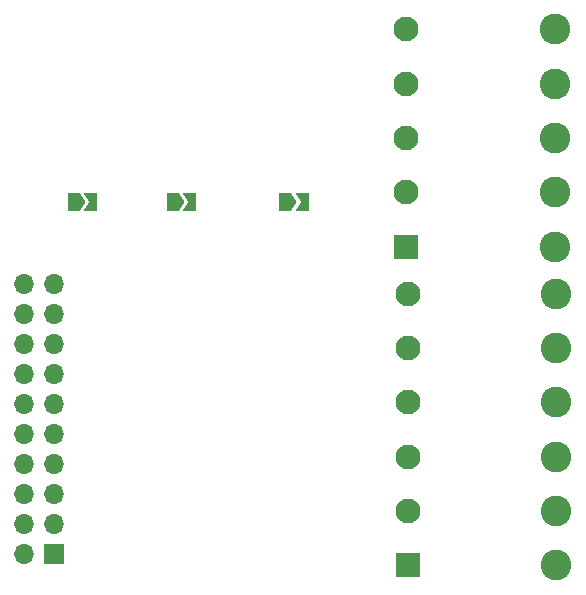
<source format=gbr>
%TF.GenerationSoftware,KiCad,Pcbnew,8.0.0-rc2-358-gd9abaa23a4*%
%TF.CreationDate,2024-02-08T19:09:11+01:00*%
%TF.ProjectId,xDuinoRail-Breakout-RailcomDetect,78447569-6e6f-4526-9169-6c2d42726561,rev?*%
%TF.SameCoordinates,Original*%
%TF.FileFunction,Soldermask,Bot*%
%TF.FilePolarity,Negative*%
%FSLAX46Y46*%
G04 Gerber Fmt 4.6, Leading zero omitted, Abs format (unit mm)*
G04 Created by KiCad (PCBNEW 8.0.0-rc2-358-gd9abaa23a4) date 2024-02-08 19:09:11*
%MOMM*%
%LPD*%
G01*
G04 APERTURE LIST*
G04 Aperture macros list*
%AMRoundRect*
0 Rectangle with rounded corners*
0 $1 Rounding radius*
0 $2 $3 $4 $5 $6 $7 $8 $9 X,Y pos of 4 corners*
0 Add a 4 corners polygon primitive as box body*
4,1,4,$2,$3,$4,$5,$6,$7,$8,$9,$2,$3,0*
0 Add four circle primitives for the rounded corners*
1,1,$1+$1,$2,$3*
1,1,$1+$1,$4,$5*
1,1,$1+$1,$6,$7*
1,1,$1+$1,$8,$9*
0 Add four rect primitives between the rounded corners*
20,1,$1+$1,$2,$3,$4,$5,0*
20,1,$1+$1,$4,$5,$6,$7,0*
20,1,$1+$1,$6,$7,$8,$9,0*
20,1,$1+$1,$8,$9,$2,$3,0*%
%AMFreePoly0*
4,1,6,1.000000,0.000000,0.500000,-0.750000,-0.500000,-0.750000,-0.500000,0.750000,0.500000,0.750000,1.000000,0.000000,1.000000,0.000000,$1*%
%AMFreePoly1*
4,1,6,0.500000,-0.750000,-0.650000,-0.750000,-0.150000,0.000000,-0.650000,0.750000,0.500000,0.750000,0.500000,-0.750000,0.500000,-0.750000,$1*%
G04 Aperture macros list end*
%ADD10C,2.600000*%
%ADD11RoundRect,0.250001X0.799999X-0.799999X0.799999X0.799999X-0.799999X0.799999X-0.799999X-0.799999X0*%
%ADD12C,2.100000*%
%ADD13R,1.700000X1.700000*%
%ADD14O,1.700000X1.700000*%
%ADD15FreePoly0,0.000000*%
%ADD16FreePoly1,0.000000*%
G04 APERTURE END LIST*
D10*
%TO.C,J301*%
X183515000Y-114595000D03*
X183515000Y-109995000D03*
X183515000Y-105395000D03*
X183515000Y-100795000D03*
X183515000Y-96195000D03*
X183515000Y-91595000D03*
D11*
X170915000Y-114595000D03*
D12*
X170915000Y-109995000D03*
X170915000Y-105395000D03*
X170915000Y-100795000D03*
X170915000Y-96195000D03*
X170915000Y-91595000D03*
%TD*%
D13*
%TO.C,J101*%
X140970000Y-113665000D03*
D14*
X138430000Y-113665000D03*
X140970000Y-111125000D03*
X138430000Y-111125000D03*
X140970000Y-108585000D03*
X138430000Y-108585000D03*
X140970000Y-106045000D03*
X138430000Y-106045000D03*
X140970000Y-103505000D03*
X138430000Y-103505000D03*
X140970000Y-100965000D03*
X138430000Y-100965000D03*
X140970000Y-98425000D03*
X138430000Y-98425000D03*
X140970000Y-95885000D03*
X138430000Y-95885000D03*
X140970000Y-93345000D03*
X138430000Y-93345000D03*
X140970000Y-90805000D03*
X138430000Y-90805000D03*
%TD*%
D10*
%TO.C,J201*%
X183415000Y-87615000D03*
X183415000Y-83015000D03*
X183415000Y-78415000D03*
X183415000Y-73815000D03*
X183415000Y-69215000D03*
D11*
X170815000Y-87615000D03*
D12*
X170815000Y-83015000D03*
X170815000Y-78415000D03*
X170815000Y-73815000D03*
X170815000Y-69215000D03*
%TD*%
D15*
%TO.C,JP_DEC_DCC1*%
X151040000Y-83820000D03*
D16*
X152490000Y-83820000D03*
%TD*%
D15*
%TO.C,JP_DEC_3v3*%
X142695000Y-83820000D03*
D16*
X144145000Y-83820000D03*
%TD*%
D15*
%TO.C,JP_DEC_TRKA0*%
X160565000Y-83820000D03*
D16*
X162015000Y-83820000D03*
%TD*%
M02*

</source>
